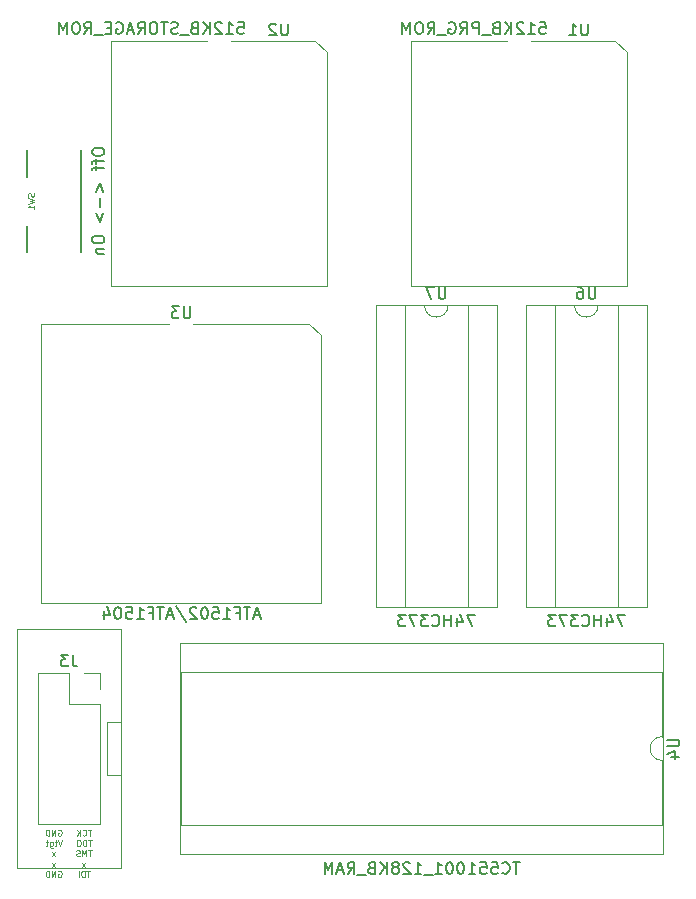
<source format=gbo>
%TF.GenerationSoftware,KiCad,Pcbnew,(5.1.10-1-10_14)*%
%TF.CreationDate,2023-03-20T05:39:49+08:00*%
%TF.ProjectId,GB_MemoryBackup_Mainboard,47425f4d-656d-46f7-9279-4261636b7570,1.3*%
%TF.SameCoordinates,Original*%
%TF.FileFunction,Legend,Bot*%
%TF.FilePolarity,Positive*%
%FSLAX46Y46*%
G04 Gerber Fmt 4.6, Leading zero omitted, Abs format (unit mm)*
G04 Created by KiCad (PCBNEW (5.1.10-1-10_14)) date 2023-03-20 05:39:49*
%MOMM*%
%LPD*%
G01*
G04 APERTURE LIST*
%ADD10C,0.125000*%
%ADD11C,0.150000*%
%ADD12C,0.120000*%
%ADD13C,0.040000*%
G04 APERTURE END LIST*
D10*
X65150952Y-78010000D02*
X65198571Y-77986190D01*
X65270000Y-77986190D01*
X65341428Y-78010000D01*
X65389047Y-78057619D01*
X65412857Y-78105238D01*
X65436666Y-78200476D01*
X65436666Y-78271904D01*
X65412857Y-78367142D01*
X65389047Y-78414761D01*
X65341428Y-78462380D01*
X65270000Y-78486190D01*
X65222380Y-78486190D01*
X65150952Y-78462380D01*
X65127142Y-78438571D01*
X65127142Y-78271904D01*
X65222380Y-78271904D01*
X64912857Y-78486190D02*
X64912857Y-77986190D01*
X64627142Y-78486190D01*
X64627142Y-77986190D01*
X64389047Y-78486190D02*
X64389047Y-77986190D01*
X64270000Y-77986190D01*
X64198571Y-78010000D01*
X64150952Y-78057619D01*
X64127142Y-78105238D01*
X64103333Y-78200476D01*
X64103333Y-78271904D01*
X64127142Y-78367142D01*
X64150952Y-78414761D01*
X64198571Y-78462380D01*
X64270000Y-78486190D01*
X64389047Y-78486190D01*
X65448571Y-78861190D02*
X65281904Y-79361190D01*
X65115238Y-78861190D01*
X65020000Y-79027857D02*
X64829523Y-79027857D01*
X64948571Y-78861190D02*
X64948571Y-79289761D01*
X64924761Y-79337380D01*
X64877142Y-79361190D01*
X64829523Y-79361190D01*
X64448571Y-79027857D02*
X64448571Y-79432619D01*
X64472380Y-79480238D01*
X64496190Y-79504047D01*
X64543809Y-79527857D01*
X64615238Y-79527857D01*
X64662857Y-79504047D01*
X64448571Y-79337380D02*
X64496190Y-79361190D01*
X64591428Y-79361190D01*
X64639047Y-79337380D01*
X64662857Y-79313571D01*
X64686666Y-79265952D01*
X64686666Y-79123095D01*
X64662857Y-79075476D01*
X64639047Y-79051666D01*
X64591428Y-79027857D01*
X64496190Y-79027857D01*
X64448571Y-79051666D01*
X64281904Y-79027857D02*
X64091428Y-79027857D01*
X64210476Y-78861190D02*
X64210476Y-79289761D01*
X64186666Y-79337380D01*
X64139047Y-79361190D01*
X64091428Y-79361190D01*
X64900952Y-80236190D02*
X64639047Y-79902857D01*
X64900952Y-79902857D02*
X64639047Y-80236190D01*
X64900952Y-81111190D02*
X64639047Y-80777857D01*
X64900952Y-80777857D02*
X64639047Y-81111190D01*
X65150952Y-81510000D02*
X65198571Y-81486190D01*
X65270000Y-81486190D01*
X65341428Y-81510000D01*
X65389047Y-81557619D01*
X65412857Y-81605238D01*
X65436666Y-81700476D01*
X65436666Y-81771904D01*
X65412857Y-81867142D01*
X65389047Y-81914761D01*
X65341428Y-81962380D01*
X65270000Y-81986190D01*
X65222380Y-81986190D01*
X65150952Y-81962380D01*
X65127142Y-81938571D01*
X65127142Y-81771904D01*
X65222380Y-81771904D01*
X64912857Y-81986190D02*
X64912857Y-81486190D01*
X64627142Y-81986190D01*
X64627142Y-81486190D01*
X64389047Y-81986190D02*
X64389047Y-81486190D01*
X64270000Y-81486190D01*
X64198571Y-81510000D01*
X64150952Y-81557619D01*
X64127142Y-81605238D01*
X64103333Y-81700476D01*
X64103333Y-81771904D01*
X64127142Y-81867142D01*
X64150952Y-81914761D01*
X64198571Y-81962380D01*
X64270000Y-81986190D01*
X64389047Y-81986190D01*
X67952857Y-77986190D02*
X67667142Y-77986190D01*
X67810000Y-78486190D02*
X67810000Y-77986190D01*
X67214761Y-78438571D02*
X67238571Y-78462380D01*
X67310000Y-78486190D01*
X67357619Y-78486190D01*
X67429047Y-78462380D01*
X67476666Y-78414761D01*
X67500476Y-78367142D01*
X67524285Y-78271904D01*
X67524285Y-78200476D01*
X67500476Y-78105238D01*
X67476666Y-78057619D01*
X67429047Y-78010000D01*
X67357619Y-77986190D01*
X67310000Y-77986190D01*
X67238571Y-78010000D01*
X67214761Y-78033809D01*
X67000476Y-78486190D02*
X67000476Y-77986190D01*
X66714761Y-78486190D02*
X66929047Y-78200476D01*
X66714761Y-77986190D02*
X67000476Y-78271904D01*
X67964761Y-78861190D02*
X67679047Y-78861190D01*
X67821904Y-79361190D02*
X67821904Y-78861190D01*
X67512380Y-79361190D02*
X67512380Y-78861190D01*
X67393333Y-78861190D01*
X67321904Y-78885000D01*
X67274285Y-78932619D01*
X67250476Y-78980238D01*
X67226666Y-79075476D01*
X67226666Y-79146904D01*
X67250476Y-79242142D01*
X67274285Y-79289761D01*
X67321904Y-79337380D01*
X67393333Y-79361190D01*
X67512380Y-79361190D01*
X66917142Y-78861190D02*
X66821904Y-78861190D01*
X66774285Y-78885000D01*
X66726666Y-78932619D01*
X66702857Y-79027857D01*
X66702857Y-79194523D01*
X66726666Y-79289761D01*
X66774285Y-79337380D01*
X66821904Y-79361190D01*
X66917142Y-79361190D01*
X66964761Y-79337380D01*
X67012380Y-79289761D01*
X67036190Y-79194523D01*
X67036190Y-79027857D01*
X67012380Y-78932619D01*
X66964761Y-78885000D01*
X66917142Y-78861190D01*
X67976666Y-79736190D02*
X67690952Y-79736190D01*
X67833809Y-80236190D02*
X67833809Y-79736190D01*
X67524285Y-80236190D02*
X67524285Y-79736190D01*
X67357619Y-80093333D01*
X67190952Y-79736190D01*
X67190952Y-80236190D01*
X66976666Y-80212380D02*
X66905238Y-80236190D01*
X66786190Y-80236190D01*
X66738571Y-80212380D01*
X66714761Y-80188571D01*
X66690952Y-80140952D01*
X66690952Y-80093333D01*
X66714761Y-80045714D01*
X66738571Y-80021904D01*
X66786190Y-79998095D01*
X66881428Y-79974285D01*
X66929047Y-79950476D01*
X66952857Y-79926666D01*
X66976666Y-79879047D01*
X66976666Y-79831428D01*
X66952857Y-79783809D01*
X66929047Y-79760000D01*
X66881428Y-79736190D01*
X66762380Y-79736190D01*
X66690952Y-79760000D01*
X67440952Y-81111190D02*
X67179047Y-80777857D01*
X67440952Y-80777857D02*
X67179047Y-81111190D01*
X67821904Y-81486190D02*
X67536190Y-81486190D01*
X67679047Y-81986190D02*
X67679047Y-81486190D01*
X67369523Y-81986190D02*
X67369523Y-81486190D01*
X67250476Y-81486190D01*
X67179047Y-81510000D01*
X67131428Y-81557619D01*
X67107619Y-81605238D01*
X67083809Y-81700476D01*
X67083809Y-81771904D01*
X67107619Y-81867142D01*
X67131428Y-81914761D01*
X67179047Y-81962380D01*
X67250476Y-81986190D01*
X67369523Y-81986190D01*
X66869523Y-81986190D02*
X66869523Y-81486190D01*
D11*
X104218333Y-80732380D02*
X103646904Y-80732380D01*
X103932619Y-81732380D02*
X103932619Y-80732380D01*
X102742142Y-81637142D02*
X102789761Y-81684761D01*
X102932619Y-81732380D01*
X103027857Y-81732380D01*
X103170714Y-81684761D01*
X103265952Y-81589523D01*
X103313571Y-81494285D01*
X103361190Y-81303809D01*
X103361190Y-81160952D01*
X103313571Y-80970476D01*
X103265952Y-80875238D01*
X103170714Y-80780000D01*
X103027857Y-80732380D01*
X102932619Y-80732380D01*
X102789761Y-80780000D01*
X102742142Y-80827619D01*
X101837380Y-80732380D02*
X102313571Y-80732380D01*
X102361190Y-81208571D01*
X102313571Y-81160952D01*
X102218333Y-81113333D01*
X101980238Y-81113333D01*
X101885000Y-81160952D01*
X101837380Y-81208571D01*
X101789761Y-81303809D01*
X101789761Y-81541904D01*
X101837380Y-81637142D01*
X101885000Y-81684761D01*
X101980238Y-81732380D01*
X102218333Y-81732380D01*
X102313571Y-81684761D01*
X102361190Y-81637142D01*
X100885000Y-80732380D02*
X101361190Y-80732380D01*
X101408809Y-81208571D01*
X101361190Y-81160952D01*
X101265952Y-81113333D01*
X101027857Y-81113333D01*
X100932619Y-81160952D01*
X100885000Y-81208571D01*
X100837380Y-81303809D01*
X100837380Y-81541904D01*
X100885000Y-81637142D01*
X100932619Y-81684761D01*
X101027857Y-81732380D01*
X101265952Y-81732380D01*
X101361190Y-81684761D01*
X101408809Y-81637142D01*
X99885000Y-81732380D02*
X100456428Y-81732380D01*
X100170714Y-81732380D02*
X100170714Y-80732380D01*
X100265952Y-80875238D01*
X100361190Y-80970476D01*
X100456428Y-81018095D01*
X99265952Y-80732380D02*
X99170714Y-80732380D01*
X99075476Y-80780000D01*
X99027857Y-80827619D01*
X98980238Y-80922857D01*
X98932619Y-81113333D01*
X98932619Y-81351428D01*
X98980238Y-81541904D01*
X99027857Y-81637142D01*
X99075476Y-81684761D01*
X99170714Y-81732380D01*
X99265952Y-81732380D01*
X99361190Y-81684761D01*
X99408809Y-81637142D01*
X99456428Y-81541904D01*
X99504047Y-81351428D01*
X99504047Y-81113333D01*
X99456428Y-80922857D01*
X99408809Y-80827619D01*
X99361190Y-80780000D01*
X99265952Y-80732380D01*
X98313571Y-80732380D02*
X98218333Y-80732380D01*
X98123095Y-80780000D01*
X98075476Y-80827619D01*
X98027857Y-80922857D01*
X97980238Y-81113333D01*
X97980238Y-81351428D01*
X98027857Y-81541904D01*
X98075476Y-81637142D01*
X98123095Y-81684761D01*
X98218333Y-81732380D01*
X98313571Y-81732380D01*
X98408809Y-81684761D01*
X98456428Y-81637142D01*
X98504047Y-81541904D01*
X98551666Y-81351428D01*
X98551666Y-81113333D01*
X98504047Y-80922857D01*
X98456428Y-80827619D01*
X98408809Y-80780000D01*
X98313571Y-80732380D01*
X97027857Y-81732380D02*
X97599285Y-81732380D01*
X97313571Y-81732380D02*
X97313571Y-80732380D01*
X97408809Y-80875238D01*
X97504047Y-80970476D01*
X97599285Y-81018095D01*
X96837380Y-81827619D02*
X96075476Y-81827619D01*
X95313571Y-81732380D02*
X95885000Y-81732380D01*
X95599285Y-81732380D02*
X95599285Y-80732380D01*
X95694523Y-80875238D01*
X95789761Y-80970476D01*
X95885000Y-81018095D01*
X94932619Y-80827619D02*
X94885000Y-80780000D01*
X94789761Y-80732380D01*
X94551666Y-80732380D01*
X94456428Y-80780000D01*
X94408809Y-80827619D01*
X94361190Y-80922857D01*
X94361190Y-81018095D01*
X94408809Y-81160952D01*
X94980238Y-81732380D01*
X94361190Y-81732380D01*
X93789761Y-81160952D02*
X93885000Y-81113333D01*
X93932619Y-81065714D01*
X93980238Y-80970476D01*
X93980238Y-80922857D01*
X93932619Y-80827619D01*
X93885000Y-80780000D01*
X93789761Y-80732380D01*
X93599285Y-80732380D01*
X93504047Y-80780000D01*
X93456428Y-80827619D01*
X93408809Y-80922857D01*
X93408809Y-80970476D01*
X93456428Y-81065714D01*
X93504047Y-81113333D01*
X93599285Y-81160952D01*
X93789761Y-81160952D01*
X93885000Y-81208571D01*
X93932619Y-81256190D01*
X93980238Y-81351428D01*
X93980238Y-81541904D01*
X93932619Y-81637142D01*
X93885000Y-81684761D01*
X93789761Y-81732380D01*
X93599285Y-81732380D01*
X93504047Y-81684761D01*
X93456428Y-81637142D01*
X93408809Y-81541904D01*
X93408809Y-81351428D01*
X93456428Y-81256190D01*
X93504047Y-81208571D01*
X93599285Y-81160952D01*
X92980238Y-81732380D02*
X92980238Y-80732380D01*
X92408809Y-81732380D02*
X92837380Y-81160952D01*
X92408809Y-80732380D02*
X92980238Y-81303809D01*
X91646904Y-81208571D02*
X91504047Y-81256190D01*
X91456428Y-81303809D01*
X91408809Y-81399047D01*
X91408809Y-81541904D01*
X91456428Y-81637142D01*
X91504047Y-81684761D01*
X91599285Y-81732380D01*
X91980238Y-81732380D01*
X91980238Y-80732380D01*
X91646904Y-80732380D01*
X91551666Y-80780000D01*
X91504047Y-80827619D01*
X91456428Y-80922857D01*
X91456428Y-81018095D01*
X91504047Y-81113333D01*
X91551666Y-81160952D01*
X91646904Y-81208571D01*
X91980238Y-81208571D01*
X91218333Y-81827619D02*
X90456428Y-81827619D01*
X89646904Y-81732380D02*
X89980238Y-81256190D01*
X90218333Y-81732380D02*
X90218333Y-80732380D01*
X89837380Y-80732380D01*
X89742142Y-80780000D01*
X89694523Y-80827619D01*
X89646904Y-80922857D01*
X89646904Y-81065714D01*
X89694523Y-81160952D01*
X89742142Y-81208571D01*
X89837380Y-81256190D01*
X90218333Y-81256190D01*
X89265952Y-81446666D02*
X88789761Y-81446666D01*
X89361190Y-81732380D02*
X89027857Y-80732380D01*
X88694523Y-81732380D01*
X88361190Y-81732380D02*
X88361190Y-80732380D01*
X88027857Y-81446666D01*
X87694523Y-80732380D01*
X87694523Y-81732380D01*
X82184047Y-59856666D02*
X81707857Y-59856666D01*
X82279285Y-60142380D02*
X81945952Y-59142380D01*
X81612619Y-60142380D01*
X81422142Y-59142380D02*
X80850714Y-59142380D01*
X81136428Y-60142380D02*
X81136428Y-59142380D01*
X80184047Y-59618571D02*
X80517380Y-59618571D01*
X80517380Y-60142380D02*
X80517380Y-59142380D01*
X80041190Y-59142380D01*
X79136428Y-60142380D02*
X79707857Y-60142380D01*
X79422142Y-60142380D02*
X79422142Y-59142380D01*
X79517380Y-59285238D01*
X79612619Y-59380476D01*
X79707857Y-59428095D01*
X78231666Y-59142380D02*
X78707857Y-59142380D01*
X78755476Y-59618571D01*
X78707857Y-59570952D01*
X78612619Y-59523333D01*
X78374523Y-59523333D01*
X78279285Y-59570952D01*
X78231666Y-59618571D01*
X78184047Y-59713809D01*
X78184047Y-59951904D01*
X78231666Y-60047142D01*
X78279285Y-60094761D01*
X78374523Y-60142380D01*
X78612619Y-60142380D01*
X78707857Y-60094761D01*
X78755476Y-60047142D01*
X77565000Y-59142380D02*
X77469761Y-59142380D01*
X77374523Y-59190000D01*
X77326904Y-59237619D01*
X77279285Y-59332857D01*
X77231666Y-59523333D01*
X77231666Y-59761428D01*
X77279285Y-59951904D01*
X77326904Y-60047142D01*
X77374523Y-60094761D01*
X77469761Y-60142380D01*
X77565000Y-60142380D01*
X77660238Y-60094761D01*
X77707857Y-60047142D01*
X77755476Y-59951904D01*
X77803095Y-59761428D01*
X77803095Y-59523333D01*
X77755476Y-59332857D01*
X77707857Y-59237619D01*
X77660238Y-59190000D01*
X77565000Y-59142380D01*
X76850714Y-59237619D02*
X76803095Y-59190000D01*
X76707857Y-59142380D01*
X76469761Y-59142380D01*
X76374523Y-59190000D01*
X76326904Y-59237619D01*
X76279285Y-59332857D01*
X76279285Y-59428095D01*
X76326904Y-59570952D01*
X76898333Y-60142380D01*
X76279285Y-60142380D01*
X75136428Y-59094761D02*
X75993571Y-60380476D01*
X74850714Y-59856666D02*
X74374523Y-59856666D01*
X74945952Y-60142380D02*
X74612619Y-59142380D01*
X74279285Y-60142380D01*
X74088809Y-59142380D02*
X73517380Y-59142380D01*
X73803095Y-60142380D02*
X73803095Y-59142380D01*
X72850714Y-59618571D02*
X73184047Y-59618571D01*
X73184047Y-60142380D02*
X73184047Y-59142380D01*
X72707857Y-59142380D01*
X71803095Y-60142380D02*
X72374523Y-60142380D01*
X72088809Y-60142380D02*
X72088809Y-59142380D01*
X72184047Y-59285238D01*
X72279285Y-59380476D01*
X72374523Y-59428095D01*
X70898333Y-59142380D02*
X71374523Y-59142380D01*
X71422142Y-59618571D01*
X71374523Y-59570952D01*
X71279285Y-59523333D01*
X71041190Y-59523333D01*
X70945952Y-59570952D01*
X70898333Y-59618571D01*
X70850714Y-59713809D01*
X70850714Y-59951904D01*
X70898333Y-60047142D01*
X70945952Y-60094761D01*
X71041190Y-60142380D01*
X71279285Y-60142380D01*
X71374523Y-60094761D01*
X71422142Y-60047142D01*
X70231666Y-59142380D02*
X70136428Y-59142380D01*
X70041190Y-59190000D01*
X69993571Y-59237619D01*
X69945952Y-59332857D01*
X69898333Y-59523333D01*
X69898333Y-59761428D01*
X69945952Y-59951904D01*
X69993571Y-60047142D01*
X70041190Y-60094761D01*
X70136428Y-60142380D01*
X70231666Y-60142380D01*
X70326904Y-60094761D01*
X70374523Y-60047142D01*
X70422142Y-59951904D01*
X70469761Y-59761428D01*
X70469761Y-59523333D01*
X70422142Y-59332857D01*
X70374523Y-59237619D01*
X70326904Y-59190000D01*
X70231666Y-59142380D01*
X69041190Y-59475714D02*
X69041190Y-60142380D01*
X69279285Y-59094761D02*
X69517380Y-59809047D01*
X68898333Y-59809047D01*
X100416904Y-59777380D02*
X99750238Y-59777380D01*
X100178809Y-60777380D01*
X98940714Y-60110714D02*
X98940714Y-60777380D01*
X99178809Y-59729761D02*
X99416904Y-60444047D01*
X98797857Y-60444047D01*
X98416904Y-60777380D02*
X98416904Y-59777380D01*
X98416904Y-60253571D02*
X97845476Y-60253571D01*
X97845476Y-60777380D02*
X97845476Y-59777380D01*
X96797857Y-60682142D02*
X96845476Y-60729761D01*
X96988333Y-60777380D01*
X97083571Y-60777380D01*
X97226428Y-60729761D01*
X97321666Y-60634523D01*
X97369285Y-60539285D01*
X97416904Y-60348809D01*
X97416904Y-60205952D01*
X97369285Y-60015476D01*
X97321666Y-59920238D01*
X97226428Y-59825000D01*
X97083571Y-59777380D01*
X96988333Y-59777380D01*
X96845476Y-59825000D01*
X96797857Y-59872619D01*
X96464523Y-59777380D02*
X95845476Y-59777380D01*
X96178809Y-60158333D01*
X96035952Y-60158333D01*
X95940714Y-60205952D01*
X95893095Y-60253571D01*
X95845476Y-60348809D01*
X95845476Y-60586904D01*
X95893095Y-60682142D01*
X95940714Y-60729761D01*
X96035952Y-60777380D01*
X96321666Y-60777380D01*
X96416904Y-60729761D01*
X96464523Y-60682142D01*
X95512142Y-59777380D02*
X94845476Y-59777380D01*
X95274047Y-60777380D01*
X94559761Y-59777380D02*
X93940714Y-59777380D01*
X94274047Y-60158333D01*
X94131190Y-60158333D01*
X94035952Y-60205952D01*
X93988333Y-60253571D01*
X93940714Y-60348809D01*
X93940714Y-60586904D01*
X93988333Y-60682142D01*
X94035952Y-60729761D01*
X94131190Y-60777380D01*
X94416904Y-60777380D01*
X94512142Y-60729761D01*
X94559761Y-60682142D01*
X113116904Y-59777380D02*
X112450238Y-59777380D01*
X112878809Y-60777380D01*
X111640714Y-60110714D02*
X111640714Y-60777380D01*
X111878809Y-59729761D02*
X112116904Y-60444047D01*
X111497857Y-60444047D01*
X111116904Y-60777380D02*
X111116904Y-59777380D01*
X111116904Y-60253571D02*
X110545476Y-60253571D01*
X110545476Y-60777380D02*
X110545476Y-59777380D01*
X109497857Y-60682142D02*
X109545476Y-60729761D01*
X109688333Y-60777380D01*
X109783571Y-60777380D01*
X109926428Y-60729761D01*
X110021666Y-60634523D01*
X110069285Y-60539285D01*
X110116904Y-60348809D01*
X110116904Y-60205952D01*
X110069285Y-60015476D01*
X110021666Y-59920238D01*
X109926428Y-59825000D01*
X109783571Y-59777380D01*
X109688333Y-59777380D01*
X109545476Y-59825000D01*
X109497857Y-59872619D01*
X109164523Y-59777380D02*
X108545476Y-59777380D01*
X108878809Y-60158333D01*
X108735952Y-60158333D01*
X108640714Y-60205952D01*
X108593095Y-60253571D01*
X108545476Y-60348809D01*
X108545476Y-60586904D01*
X108593095Y-60682142D01*
X108640714Y-60729761D01*
X108735952Y-60777380D01*
X109021666Y-60777380D01*
X109116904Y-60729761D01*
X109164523Y-60682142D01*
X108212142Y-59777380D02*
X107545476Y-59777380D01*
X107974047Y-60777380D01*
X107259761Y-59777380D02*
X106640714Y-59777380D01*
X106974047Y-60158333D01*
X106831190Y-60158333D01*
X106735952Y-60205952D01*
X106688333Y-60253571D01*
X106640714Y-60348809D01*
X106640714Y-60586904D01*
X106688333Y-60682142D01*
X106735952Y-60729761D01*
X106831190Y-60777380D01*
X107116904Y-60777380D01*
X107212142Y-60729761D01*
X107259761Y-60682142D01*
X80358333Y-9612380D02*
X80834523Y-9612380D01*
X80882142Y-10088571D01*
X80834523Y-10040952D01*
X80739285Y-9993333D01*
X80501190Y-9993333D01*
X80405952Y-10040952D01*
X80358333Y-10088571D01*
X80310714Y-10183809D01*
X80310714Y-10421904D01*
X80358333Y-10517142D01*
X80405952Y-10564761D01*
X80501190Y-10612380D01*
X80739285Y-10612380D01*
X80834523Y-10564761D01*
X80882142Y-10517142D01*
X79358333Y-10612380D02*
X79929761Y-10612380D01*
X79644047Y-10612380D02*
X79644047Y-9612380D01*
X79739285Y-9755238D01*
X79834523Y-9850476D01*
X79929761Y-9898095D01*
X78977380Y-9707619D02*
X78929761Y-9660000D01*
X78834523Y-9612380D01*
X78596428Y-9612380D01*
X78501190Y-9660000D01*
X78453571Y-9707619D01*
X78405952Y-9802857D01*
X78405952Y-9898095D01*
X78453571Y-10040952D01*
X79025000Y-10612380D01*
X78405952Y-10612380D01*
X77977380Y-10612380D02*
X77977380Y-9612380D01*
X77405952Y-10612380D02*
X77834523Y-10040952D01*
X77405952Y-9612380D02*
X77977380Y-10183809D01*
X76644047Y-10088571D02*
X76501190Y-10136190D01*
X76453571Y-10183809D01*
X76405952Y-10279047D01*
X76405952Y-10421904D01*
X76453571Y-10517142D01*
X76501190Y-10564761D01*
X76596428Y-10612380D01*
X76977380Y-10612380D01*
X76977380Y-9612380D01*
X76644047Y-9612380D01*
X76548809Y-9660000D01*
X76501190Y-9707619D01*
X76453571Y-9802857D01*
X76453571Y-9898095D01*
X76501190Y-9993333D01*
X76548809Y-10040952D01*
X76644047Y-10088571D01*
X76977380Y-10088571D01*
X76215476Y-10707619D02*
X75453571Y-10707619D01*
X75263095Y-10564761D02*
X75120238Y-10612380D01*
X74882142Y-10612380D01*
X74786904Y-10564761D01*
X74739285Y-10517142D01*
X74691666Y-10421904D01*
X74691666Y-10326666D01*
X74739285Y-10231428D01*
X74786904Y-10183809D01*
X74882142Y-10136190D01*
X75072619Y-10088571D01*
X75167857Y-10040952D01*
X75215476Y-9993333D01*
X75263095Y-9898095D01*
X75263095Y-9802857D01*
X75215476Y-9707619D01*
X75167857Y-9660000D01*
X75072619Y-9612380D01*
X74834523Y-9612380D01*
X74691666Y-9660000D01*
X74405952Y-9612380D02*
X73834523Y-9612380D01*
X74120238Y-10612380D02*
X74120238Y-9612380D01*
X73310714Y-9612380D02*
X73120238Y-9612380D01*
X73025000Y-9660000D01*
X72929761Y-9755238D01*
X72882142Y-9945714D01*
X72882142Y-10279047D01*
X72929761Y-10469523D01*
X73025000Y-10564761D01*
X73120238Y-10612380D01*
X73310714Y-10612380D01*
X73405952Y-10564761D01*
X73501190Y-10469523D01*
X73548809Y-10279047D01*
X73548809Y-9945714D01*
X73501190Y-9755238D01*
X73405952Y-9660000D01*
X73310714Y-9612380D01*
X71882142Y-10612380D02*
X72215476Y-10136190D01*
X72453571Y-10612380D02*
X72453571Y-9612380D01*
X72072619Y-9612380D01*
X71977380Y-9660000D01*
X71929761Y-9707619D01*
X71882142Y-9802857D01*
X71882142Y-9945714D01*
X71929761Y-10040952D01*
X71977380Y-10088571D01*
X72072619Y-10136190D01*
X72453571Y-10136190D01*
X71501190Y-10326666D02*
X71025000Y-10326666D01*
X71596428Y-10612380D02*
X71263095Y-9612380D01*
X70929761Y-10612380D01*
X70072619Y-9660000D02*
X70167857Y-9612380D01*
X70310714Y-9612380D01*
X70453571Y-9660000D01*
X70548809Y-9755238D01*
X70596428Y-9850476D01*
X70644047Y-10040952D01*
X70644047Y-10183809D01*
X70596428Y-10374285D01*
X70548809Y-10469523D01*
X70453571Y-10564761D01*
X70310714Y-10612380D01*
X70215476Y-10612380D01*
X70072619Y-10564761D01*
X70025000Y-10517142D01*
X70025000Y-10183809D01*
X70215476Y-10183809D01*
X69596428Y-10088571D02*
X69263095Y-10088571D01*
X69120238Y-10612380D02*
X69596428Y-10612380D01*
X69596428Y-9612380D01*
X69120238Y-9612380D01*
X68929761Y-10707619D02*
X68167857Y-10707619D01*
X67358333Y-10612380D02*
X67691666Y-10136190D01*
X67929761Y-10612380D02*
X67929761Y-9612380D01*
X67548809Y-9612380D01*
X67453571Y-9660000D01*
X67405952Y-9707619D01*
X67358333Y-9802857D01*
X67358333Y-9945714D01*
X67405952Y-10040952D01*
X67453571Y-10088571D01*
X67548809Y-10136190D01*
X67929761Y-10136190D01*
X66739285Y-9612380D02*
X66548809Y-9612380D01*
X66453571Y-9660000D01*
X66358333Y-9755238D01*
X66310714Y-9945714D01*
X66310714Y-10279047D01*
X66358333Y-10469523D01*
X66453571Y-10564761D01*
X66548809Y-10612380D01*
X66739285Y-10612380D01*
X66834523Y-10564761D01*
X66929761Y-10469523D01*
X66977380Y-10279047D01*
X66977380Y-9945714D01*
X66929761Y-9755238D01*
X66834523Y-9660000D01*
X66739285Y-9612380D01*
X65882142Y-10612380D02*
X65882142Y-9612380D01*
X65548809Y-10326666D01*
X65215476Y-9612380D01*
X65215476Y-10612380D01*
X105901428Y-9612380D02*
X106377619Y-9612380D01*
X106425238Y-10088571D01*
X106377619Y-10040952D01*
X106282380Y-9993333D01*
X106044285Y-9993333D01*
X105949047Y-10040952D01*
X105901428Y-10088571D01*
X105853809Y-10183809D01*
X105853809Y-10421904D01*
X105901428Y-10517142D01*
X105949047Y-10564761D01*
X106044285Y-10612380D01*
X106282380Y-10612380D01*
X106377619Y-10564761D01*
X106425238Y-10517142D01*
X104901428Y-10612380D02*
X105472857Y-10612380D01*
X105187142Y-10612380D02*
X105187142Y-9612380D01*
X105282380Y-9755238D01*
X105377619Y-9850476D01*
X105472857Y-9898095D01*
X104520476Y-9707619D02*
X104472857Y-9660000D01*
X104377619Y-9612380D01*
X104139523Y-9612380D01*
X104044285Y-9660000D01*
X103996666Y-9707619D01*
X103949047Y-9802857D01*
X103949047Y-9898095D01*
X103996666Y-10040952D01*
X104568095Y-10612380D01*
X103949047Y-10612380D01*
X103520476Y-10612380D02*
X103520476Y-9612380D01*
X102949047Y-10612380D02*
X103377619Y-10040952D01*
X102949047Y-9612380D02*
X103520476Y-10183809D01*
X102187142Y-10088571D02*
X102044285Y-10136190D01*
X101996666Y-10183809D01*
X101949047Y-10279047D01*
X101949047Y-10421904D01*
X101996666Y-10517142D01*
X102044285Y-10564761D01*
X102139523Y-10612380D01*
X102520476Y-10612380D01*
X102520476Y-9612380D01*
X102187142Y-9612380D01*
X102091904Y-9660000D01*
X102044285Y-9707619D01*
X101996666Y-9802857D01*
X101996666Y-9898095D01*
X102044285Y-9993333D01*
X102091904Y-10040952D01*
X102187142Y-10088571D01*
X102520476Y-10088571D01*
X101758571Y-10707619D02*
X100996666Y-10707619D01*
X100758571Y-10612380D02*
X100758571Y-9612380D01*
X100377619Y-9612380D01*
X100282380Y-9660000D01*
X100234761Y-9707619D01*
X100187142Y-9802857D01*
X100187142Y-9945714D01*
X100234761Y-10040952D01*
X100282380Y-10088571D01*
X100377619Y-10136190D01*
X100758571Y-10136190D01*
X99187142Y-10612380D02*
X99520476Y-10136190D01*
X99758571Y-10612380D02*
X99758571Y-9612380D01*
X99377619Y-9612380D01*
X99282380Y-9660000D01*
X99234761Y-9707619D01*
X99187142Y-9802857D01*
X99187142Y-9945714D01*
X99234761Y-10040952D01*
X99282380Y-10088571D01*
X99377619Y-10136190D01*
X99758571Y-10136190D01*
X98234761Y-9660000D02*
X98330000Y-9612380D01*
X98472857Y-9612380D01*
X98615714Y-9660000D01*
X98710952Y-9755238D01*
X98758571Y-9850476D01*
X98806190Y-10040952D01*
X98806190Y-10183809D01*
X98758571Y-10374285D01*
X98710952Y-10469523D01*
X98615714Y-10564761D01*
X98472857Y-10612380D01*
X98377619Y-10612380D01*
X98234761Y-10564761D01*
X98187142Y-10517142D01*
X98187142Y-10183809D01*
X98377619Y-10183809D01*
X97996666Y-10707619D02*
X97234761Y-10707619D01*
X96425238Y-10612380D02*
X96758571Y-10136190D01*
X96996666Y-10612380D02*
X96996666Y-9612380D01*
X96615714Y-9612380D01*
X96520476Y-9660000D01*
X96472857Y-9707619D01*
X96425238Y-9802857D01*
X96425238Y-9945714D01*
X96472857Y-10040952D01*
X96520476Y-10088571D01*
X96615714Y-10136190D01*
X96996666Y-10136190D01*
X95806190Y-9612380D02*
X95615714Y-9612380D01*
X95520476Y-9660000D01*
X95425238Y-9755238D01*
X95377619Y-9945714D01*
X95377619Y-10279047D01*
X95425238Y-10469523D01*
X95520476Y-10564761D01*
X95615714Y-10612380D01*
X95806190Y-10612380D01*
X95901428Y-10564761D01*
X95996666Y-10469523D01*
X96044285Y-10279047D01*
X96044285Y-9945714D01*
X95996666Y-9755238D01*
X95901428Y-9660000D01*
X95806190Y-9612380D01*
X94949047Y-10612380D02*
X94949047Y-9612380D01*
X94615714Y-10326666D01*
X94282380Y-9612380D01*
X94282380Y-10612380D01*
X68032380Y-20503095D02*
X68032380Y-20693571D01*
X68080000Y-20788809D01*
X68175238Y-20884047D01*
X68365714Y-20931666D01*
X68699047Y-20931666D01*
X68889523Y-20884047D01*
X68984761Y-20788809D01*
X69032380Y-20693571D01*
X69032380Y-20503095D01*
X68984761Y-20407857D01*
X68889523Y-20312619D01*
X68699047Y-20265000D01*
X68365714Y-20265000D01*
X68175238Y-20312619D01*
X68080000Y-20407857D01*
X68032380Y-20503095D01*
X68365714Y-21217380D02*
X68365714Y-21598333D01*
X69032380Y-21360238D02*
X68175238Y-21360238D01*
X68080000Y-21407857D01*
X68032380Y-21503095D01*
X68032380Y-21598333D01*
X68365714Y-21788809D02*
X68365714Y-22169761D01*
X69032380Y-21931666D02*
X68175238Y-21931666D01*
X68080000Y-21979285D01*
X68032380Y-22074523D01*
X68032380Y-22169761D01*
X68365714Y-24026904D02*
X68651428Y-23265000D01*
X68937142Y-24026904D01*
X68651428Y-24503095D02*
X68651428Y-25265000D01*
X68365714Y-25741190D02*
X68651428Y-26503095D01*
X68937142Y-25741190D01*
X68032380Y-27931666D02*
X68032380Y-28122142D01*
X68080000Y-28217380D01*
X68175238Y-28312619D01*
X68365714Y-28360238D01*
X68699047Y-28360238D01*
X68889523Y-28312619D01*
X68984761Y-28217380D01*
X69032380Y-28122142D01*
X69032380Y-27931666D01*
X68984761Y-27836428D01*
X68889523Y-27741190D01*
X68699047Y-27693571D01*
X68365714Y-27693571D01*
X68175238Y-27741190D01*
X68080000Y-27836428D01*
X68032380Y-27931666D01*
X68365714Y-28788809D02*
X69032380Y-28788809D01*
X68460952Y-28788809D02*
X68413333Y-28836428D01*
X68365714Y-28931666D01*
X68365714Y-29074523D01*
X68413333Y-29169761D01*
X68508571Y-29217380D01*
X69032380Y-29217380D01*
D12*
%TO.C,U7*%
X98155000Y-33595000D02*
X99805000Y-33595000D01*
X99805000Y-33595000D02*
X99805000Y-59115000D01*
X99805000Y-59115000D02*
X94505000Y-59115000D01*
X94505000Y-59115000D02*
X94505000Y-33595000D01*
X94505000Y-33595000D02*
X96155000Y-33595000D01*
X102295000Y-33535000D02*
X102295000Y-59175000D01*
X102295000Y-59175000D02*
X92015000Y-59175000D01*
X92015000Y-59175000D02*
X92015000Y-33535000D01*
X92015000Y-33535000D02*
X102295000Y-33535000D01*
X96155000Y-33595000D02*
G75*
G03*
X98155000Y-33595000I1000000J0D01*
G01*
%TO.C,U6*%
X110855000Y-33595000D02*
X112505000Y-33595000D01*
X112505000Y-33595000D02*
X112505000Y-59115000D01*
X112505000Y-59115000D02*
X107205000Y-59115000D01*
X107205000Y-59115000D02*
X107205000Y-33595000D01*
X107205000Y-33595000D02*
X108855000Y-33595000D01*
X114995000Y-33535000D02*
X114995000Y-59175000D01*
X114995000Y-59175000D02*
X104715000Y-59175000D01*
X104715000Y-59175000D02*
X104715000Y-33535000D01*
X104715000Y-33535000D02*
X114995000Y-33535000D01*
X108855000Y-33595000D02*
G75*
G03*
X110855000Y-33595000I1000000J0D01*
G01*
%TO.C,U4*%
X116265000Y-72120000D02*
X116265000Y-77580000D01*
X116265000Y-77580000D02*
X75505000Y-77580000D01*
X75505000Y-77580000D02*
X75505000Y-64660000D01*
X75505000Y-64660000D02*
X116265000Y-64660000D01*
X116265000Y-64660000D02*
X116265000Y-70120000D01*
X116325000Y-80070000D02*
X75445000Y-80070000D01*
X75445000Y-80070000D02*
X75445000Y-62170000D01*
X75445000Y-62170000D02*
X116325000Y-62170000D01*
X116325000Y-62170000D02*
X116325000Y-80070000D01*
X116265000Y-70120000D02*
G75*
G03*
X116265000Y-72120000I0J-1000000D01*
G01*
%TO.C,U3*%
X76565000Y-35140000D02*
X86415000Y-35140000D01*
X86415000Y-35140000D02*
X87415000Y-36140000D01*
X87415000Y-36140000D02*
X87415000Y-58840000D01*
X87415000Y-58840000D02*
X63715000Y-58840000D01*
X63715000Y-58840000D02*
X63715000Y-35140000D01*
X63715000Y-35140000D02*
X74565000Y-35140000D01*
%TO.C,U2*%
X79740000Y-11190000D02*
X86865000Y-11190000D01*
X86865000Y-11190000D02*
X87865000Y-12190000D01*
X87865000Y-12190000D02*
X87865000Y-31990000D01*
X87865000Y-31990000D02*
X69615000Y-31990000D01*
X69615000Y-31990000D02*
X69615000Y-11190000D01*
X69615000Y-11190000D02*
X77740000Y-11190000D01*
%TO.C,U1*%
X105140000Y-11190000D02*
X112265000Y-11190000D01*
X112265000Y-11190000D02*
X113265000Y-12190000D01*
X113265000Y-12190000D02*
X113265000Y-31990000D01*
X113265000Y-31990000D02*
X95015000Y-31990000D01*
X95015000Y-31990000D02*
X95015000Y-11190000D01*
X95015000Y-11190000D02*
X103140000Y-11190000D01*
D11*
%TO.C,SW1*%
X67070000Y-29065000D02*
X67070000Y-20465000D01*
X62470000Y-29065000D02*
X62470000Y-26865000D01*
X62470000Y-22765000D02*
X62470000Y-20465000D01*
D13*
%TO.C,J3*%
X69290000Y-73370000D02*
X70440000Y-73370000D01*
X69290000Y-68870000D02*
X69290000Y-73370000D01*
X70440000Y-68870000D02*
X69290000Y-68870000D01*
D12*
X68640000Y-64710000D02*
X67310000Y-64710000D01*
X68640000Y-66040000D02*
X68640000Y-64710000D01*
X66040000Y-64710000D02*
X63440000Y-64710000D01*
X66040000Y-67310000D02*
X66040000Y-64710000D01*
X68640000Y-67310000D02*
X66040000Y-67310000D01*
X63440000Y-64710000D02*
X63440000Y-77530000D01*
X68640000Y-67310000D02*
X68640000Y-77530000D01*
X68640000Y-77530000D02*
X63440000Y-77530000D01*
D13*
X70440000Y-61020000D02*
X70440000Y-81220000D01*
X70440000Y-81220000D02*
X61640000Y-81220000D01*
X61640000Y-81220000D02*
X61640000Y-61020000D01*
X61640000Y-61020000D02*
X70440000Y-61020000D01*
%TO.C,U7*%
D11*
X97916904Y-32047380D02*
X97916904Y-32856904D01*
X97869285Y-32952142D01*
X97821666Y-32999761D01*
X97726428Y-33047380D01*
X97535952Y-33047380D01*
X97440714Y-32999761D01*
X97393095Y-32952142D01*
X97345476Y-32856904D01*
X97345476Y-32047380D01*
X96964523Y-32047380D02*
X96297857Y-32047380D01*
X96726428Y-33047380D01*
%TO.C,U6*%
X110616904Y-32047380D02*
X110616904Y-32856904D01*
X110569285Y-32952142D01*
X110521666Y-32999761D01*
X110426428Y-33047380D01*
X110235952Y-33047380D01*
X110140714Y-32999761D01*
X110093095Y-32952142D01*
X110045476Y-32856904D01*
X110045476Y-32047380D01*
X109140714Y-32047380D02*
X109331190Y-32047380D01*
X109426428Y-32095000D01*
X109474047Y-32142619D01*
X109569285Y-32285476D01*
X109616904Y-32475952D01*
X109616904Y-32856904D01*
X109569285Y-32952142D01*
X109521666Y-32999761D01*
X109426428Y-33047380D01*
X109235952Y-33047380D01*
X109140714Y-32999761D01*
X109093095Y-32952142D01*
X109045476Y-32856904D01*
X109045476Y-32618809D01*
X109093095Y-32523571D01*
X109140714Y-32475952D01*
X109235952Y-32428333D01*
X109426428Y-32428333D01*
X109521666Y-32475952D01*
X109569285Y-32523571D01*
X109616904Y-32618809D01*
%TO.C,U4*%
X116717380Y-70358095D02*
X117526904Y-70358095D01*
X117622142Y-70405714D01*
X117669761Y-70453333D01*
X117717380Y-70548571D01*
X117717380Y-70739047D01*
X117669761Y-70834285D01*
X117622142Y-70881904D01*
X117526904Y-70929523D01*
X116717380Y-70929523D01*
X117050714Y-71834285D02*
X117717380Y-71834285D01*
X116669761Y-71596190D02*
X117384047Y-71358095D01*
X117384047Y-71977142D01*
%TO.C,U3*%
X76326904Y-33692380D02*
X76326904Y-34501904D01*
X76279285Y-34597142D01*
X76231666Y-34644761D01*
X76136428Y-34692380D01*
X75945952Y-34692380D01*
X75850714Y-34644761D01*
X75803095Y-34597142D01*
X75755476Y-34501904D01*
X75755476Y-33692380D01*
X75374523Y-33692380D02*
X74755476Y-33692380D01*
X75088809Y-34073333D01*
X74945952Y-34073333D01*
X74850714Y-34120952D01*
X74803095Y-34168571D01*
X74755476Y-34263809D01*
X74755476Y-34501904D01*
X74803095Y-34597142D01*
X74850714Y-34644761D01*
X74945952Y-34692380D01*
X75231666Y-34692380D01*
X75326904Y-34644761D01*
X75374523Y-34597142D01*
%TO.C,U2*%
X84581904Y-9742380D02*
X84581904Y-10551904D01*
X84534285Y-10647142D01*
X84486666Y-10694761D01*
X84391428Y-10742380D01*
X84200952Y-10742380D01*
X84105714Y-10694761D01*
X84058095Y-10647142D01*
X84010476Y-10551904D01*
X84010476Y-9742380D01*
X83581904Y-9837619D02*
X83534285Y-9790000D01*
X83439047Y-9742380D01*
X83200952Y-9742380D01*
X83105714Y-9790000D01*
X83058095Y-9837619D01*
X83010476Y-9932857D01*
X83010476Y-10028095D01*
X83058095Y-10170952D01*
X83629523Y-10742380D01*
X83010476Y-10742380D01*
%TO.C,U1*%
X109981904Y-9742380D02*
X109981904Y-10551904D01*
X109934285Y-10647142D01*
X109886666Y-10694761D01*
X109791428Y-10742380D01*
X109600952Y-10742380D01*
X109505714Y-10694761D01*
X109458095Y-10647142D01*
X109410476Y-10551904D01*
X109410476Y-9742380D01*
X108410476Y-10742380D02*
X108981904Y-10742380D01*
X108696190Y-10742380D02*
X108696190Y-9742380D01*
X108791428Y-9885238D01*
X108886666Y-9980476D01*
X108981904Y-10028095D01*
%TO.C,SW1*%
D10*
X63067380Y-24098333D02*
X63091190Y-24169761D01*
X63091190Y-24288809D01*
X63067380Y-24336428D01*
X63043571Y-24360238D01*
X62995952Y-24384047D01*
X62948333Y-24384047D01*
X62900714Y-24360238D01*
X62876904Y-24336428D01*
X62853095Y-24288809D01*
X62829285Y-24193571D01*
X62805476Y-24145952D01*
X62781666Y-24122142D01*
X62734047Y-24098333D01*
X62686428Y-24098333D01*
X62638809Y-24122142D01*
X62615000Y-24145952D01*
X62591190Y-24193571D01*
X62591190Y-24312619D01*
X62615000Y-24384047D01*
X62591190Y-24550714D02*
X63091190Y-24669761D01*
X62734047Y-24765000D01*
X63091190Y-24860238D01*
X62591190Y-24979285D01*
X63091190Y-25431666D02*
X63091190Y-25145952D01*
X63091190Y-25288809D02*
X62591190Y-25288809D01*
X62662619Y-25241190D01*
X62710238Y-25193571D01*
X62734047Y-25145952D01*
%TO.C,J3*%
D11*
X66373333Y-63162380D02*
X66373333Y-63876666D01*
X66420952Y-64019523D01*
X66516190Y-64114761D01*
X66659047Y-64162380D01*
X66754285Y-64162380D01*
X65992380Y-63162380D02*
X65373333Y-63162380D01*
X65706666Y-63543333D01*
X65563809Y-63543333D01*
X65468571Y-63590952D01*
X65420952Y-63638571D01*
X65373333Y-63733809D01*
X65373333Y-63971904D01*
X65420952Y-64067142D01*
X65468571Y-64114761D01*
X65563809Y-64162380D01*
X65849523Y-64162380D01*
X65944761Y-64114761D01*
X65992380Y-64067142D01*
%TD*%
M02*

</source>
